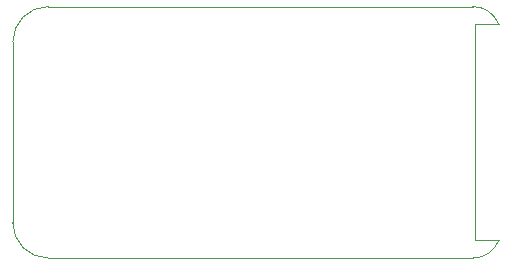
<source format=gm1>
%TF.GenerationSoftware,KiCad,Pcbnew,(6.0.1)*%
%TF.CreationDate,2022-02-19T00:35:01+08:00*%
%TF.ProjectId,PCB_DAP_Link_CH55xT,5043425f-4441-4505-9f4c-696e6b5f4348,0.9*%
%TF.SameCoordinates,Original*%
%TF.FileFunction,Profile,NP*%
%FSLAX46Y46*%
G04 Gerber Fmt 4.6, Leading zero omitted, Abs format (unit mm)*
G04 Created by KiCad (PCBNEW (6.0.1)) date 2022-02-19 00:35:01*
%MOMM*%
%LPD*%
G01*
G04 APERTURE LIST*
%TA.AperFunction,Profile*%
%ADD10C,0.100000*%
%TD*%
G04 APERTURE END LIST*
D10*
X94550000Y-74080000D02*
X90800000Y-74080000D01*
X87800000Y-70780000D02*
X87800000Y-71080000D01*
X126950000Y-72580000D02*
X126950000Y-54280000D01*
X87800000Y-55780000D02*
X87800000Y-70780000D01*
X128950000Y-72580000D02*
X126950000Y-72580000D01*
X87800000Y-71080000D02*
G75*
G03*
X90800000Y-74080000I3000001J1D01*
G01*
X94550000Y-52780000D02*
X90800000Y-52780000D01*
X126750000Y-52780000D02*
X123150000Y-52780000D01*
X126750000Y-74080000D02*
G75*
G03*
X128950000Y-72580000I0J2363334D01*
G01*
X123150000Y-52780000D02*
X94550000Y-52780000D01*
X128950000Y-54280000D02*
G75*
G03*
X126750000Y-52780000I-2200000J-863334D01*
G01*
X126950000Y-54280000D02*
X128950000Y-54280000D01*
X94550000Y-74080000D02*
X126750000Y-74080000D01*
X90800000Y-52780000D02*
G75*
G03*
X87800000Y-55780000I1J-3000001D01*
G01*
M02*

</source>
